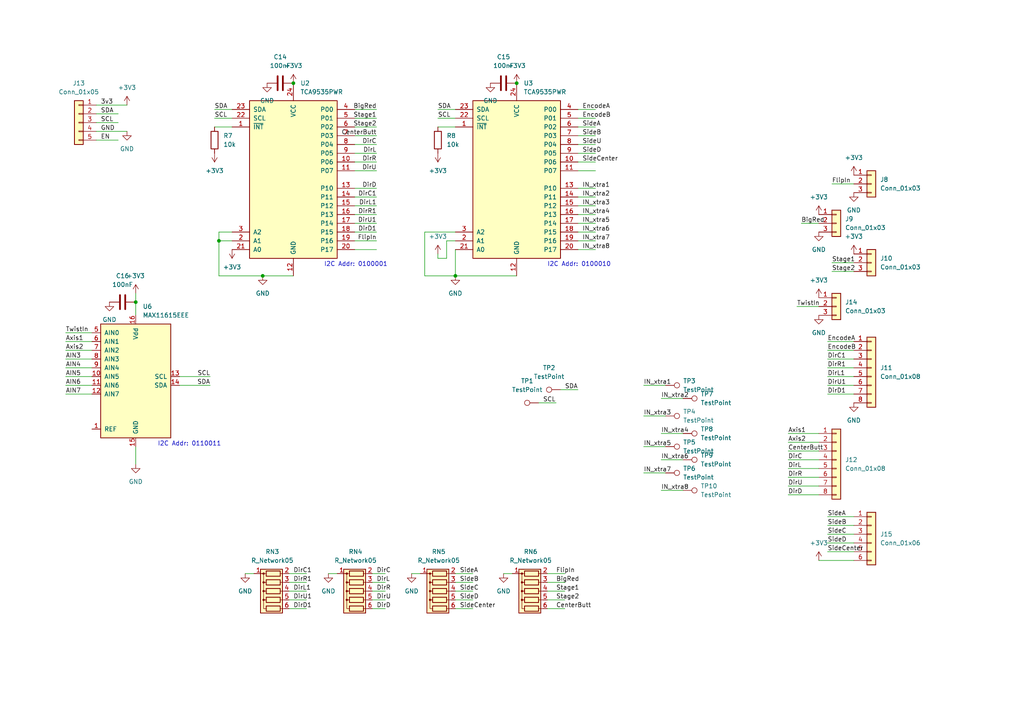
<source format=kicad_sch>
(kicad_sch (version 20211123) (generator eeschema)
  (paper "A4")
  (title_block (title "IO Controller") (date "2022-10-10") (rev "v0.1"))
  (lib_symbols
    (symbol "Analog_ADC:MAX11615" (pin_names (offset 1.016))
      (property "Reference" "U" (at 11.43 -11.43 0))
      (property "Value" "MAX11615" (at 11.43 -13.97 0))
      (symbol "MAX11615_0_1"
        (rectangle (start -10.16 15.24) (end 10.16 -17.78) (stroke (width 0.254)) (fill (type background)))
      )
      (symbol "MAX11615_1_1"
        (pin input line (at -12.7 -15.24 0) (length 2.54) (name "REF") (number "1"))
        (pin input line (at -12.7 0 0) (length 2.54) (name "AIN5") (number "10"))
        (pin input line (at -12.7 -2.54 0) (length 2.54) (name "AIN6") (number "11"))
        (pin input line (at -12.7 -5.08 0) (length 2.54) (name "AIN7") (number "12"))
        (pin input line (at 12.7 0 180) (length 2.54) (name "SCL") (number "13"))
        (pin bidirectional line (at 12.7 -2.54 180) (length 2.54) (name "SDA") (number "14"))
        (pin power_in line (at 0 -20.32 90) (length 2.54) (name "GND") (number "15"))
        (pin power_in line (at 0 17.78 270) (length 2.54) (name "Vdd") (number "16"))
        (pin no_connect line (at -12.7 -12.7 0) (length 2.54) hide (name "NC") (number "2"))
        (pin no_connect line (at -12.7 -10.16 0) (length 2.54) hide (name "NC") (number "3"))
        (pin no_connect line (at -12.7 -7.62 0) (length 2.54) hide (name "NC") (number "4"))
        (pin input line (at -12.7 12.7 0) (length 2.54) (name "AIN0") (number "5"))
        (pin input line (at -12.7 10.16 0) (length 2.54) (name "AIN1") (number "6"))
        (pin input line (at -12.7 7.62 0) (length 2.54) (name "AIN2") (number "7"))
        (pin input line (at -12.7 5.08 0) (length 2.54) (name "AIN3") (number "8"))
        (pin input line (at -12.7 2.54 0) (length 2.54) (name "AIN4") (number "9"))
      )
    )
    (symbol "Connector:TestPoint" (pin_numbers hide) (pin_names (offset 0.762) hide)
      (property "Reference" "TP" (at 0 6.858 0))
      (property "Value" "TestPoint" (at 0 5.08 0))
      (symbol "TestPoint_0_1"
        (circle (center 0 3.302) (radius 0.762))
      )
      (symbol "TestPoint_1_1"
        (pin passive line (at 0 0 90) (length 2.54) (name "1") (number "1"))
      )
    )
    (symbol "Connector_Generic:Conn_01x03" (pin_names (offset 1.016) hide)
      (property "Reference" "J" (at 0 5.08 0))
      (property "Value" "Conn_01x03" (at 0 -5.08 0))
      (symbol "Conn_01x03_1_1"
        (rectangle (start -1.27 -2.413) (end 0 -2.667) (stroke (width 0.1524)))
        (rectangle (start -1.27 0.127) (end 0 -0.127) (stroke (width 0.1524)))
        (rectangle (start -1.27 2.667) (end 0 2.413) (stroke (width 0.1524)))
        (rectangle (start -1.27 3.81) (end 1.27 -3.81) (stroke (width 0.254)) (fill (type background)))
        (pin passive line (at -5.08 2.54 0) (length 3.81) (name "Pin_1") (number "1"))
        (pin passive line (at -5.08 0 0) (length 3.81) (name "Pin_2") (number "2"))
        (pin passive line (at -5.08 -2.54 0) (length 3.81) (name "Pin_3") (number "3"))
      )
    )
    (symbol "Connector_Generic:Conn_01x05" (pin_names (offset 1.016) hide)
      (property "Reference" "J" (at 0 7.62 0))
      (property "Value" "Conn_01x05" (at 0 -7.62 0))
      (symbol "Conn_01x05_1_1"
        (rectangle (start -1.27 -4.953) (end 0 -5.207) (stroke (width 0.1524)))
        (rectangle (start -1.27 -2.413) (end 0 -2.667) (stroke (width 0.1524)))
        (rectangle (start -1.27 0.127) (end 0 -0.127) (stroke (width 0.1524)))
        (rectangle (start -1.27 2.667) (end 0 2.413) (stroke (width 0.1524)))
        (rectangle (start -1.27 5.207) (end 0 4.953) (stroke (width 0.1524)))
        (rectangle (start -1.27 6.35) (end 1.27 -6.35) (stroke (width 0.254)) (fill (type background)))
        (pin passive line (at -5.08 5.08 0) (length 3.81) (name "Pin_1") (number "1"))
        (pin passive line (at -5.08 2.54 0) (length 3.81) (name "Pin_2") (number "2"))
        (pin passive line (at -5.08 0 0) (length 3.81) (name "Pin_3") (number "3"))
        (pin passive line (at -5.08 -2.54 0) (length 3.81) (name "Pin_4") (number "4"))
        (pin passive line (at -5.08 -5.08 0) (length 3.81) (name "Pin_5") (number "5"))
      )
    )
    (symbol "Connector_Generic:Conn_01x06" (pin_names (offset 1.016) hide)
      (property "Reference" "J" (at 0 7.62 0))
      (property "Value" "Conn_01x06" (at 0 -10.16 0))
      (symbol "Conn_01x06_1_1"
        (rectangle (start -1.27 -7.493) (end 0 -7.747) (stroke (width 0.1524)))
        (rectangle (start -1.27 -4.953) (end 0 -5.207) (stroke (width 0.1524)))
        (rectangle (start -1.27 -2.413) (end 0 -2.667) (stroke (width 0.1524)))
        (rectangle (start -1.27 0.127) (end 0 -0.127) (stroke (width 0.1524)))
        (rectangle (start -1.27 2.667) (end 0 2.413) (stroke (width 0.1524)))
        (rectangle (start -1.27 5.207) (end 0 4.953) (stroke (width 0.1524)))
        (rectangle (start -1.27 6.35) (end 1.27 -8.89) (stroke (width 0.254)) (fill (type background)))
        (pin passive line (at -5.08 5.08 0) (length 3.81) (name "Pin_1") (number "1"))
        (pin passive line (at -5.08 2.54 0) (length 3.81) (name "Pin_2") (number "2"))
        (pin passive line (at -5.08 0 0) (length 3.81) (name "Pin_3") (number "3"))
        (pin passive line (at -5.08 -2.54 0) (length 3.81) (name "Pin_4") (number "4"))
        (pin passive line (at -5.08 -5.08 0) (length 3.81) (name "Pin_5") (number "5"))
        (pin passive line (at -5.08 -7.62 0) (length 3.81) (name "Pin_6") (number "6"))
      )
    )
    (symbol "Connector_Generic:Conn_01x08" (pin_names (offset 1.016) hide)
      (property "Reference" "J" (at 0 10.16 0))
      (property "Value" "Conn_01x08" (at 0 -12.7 0))
      (symbol "Conn_01x08_1_1"
        (rectangle (start -1.27 -10.033) (end 0 -10.287) (stroke (width 0.1524)))
        (rectangle (start -1.27 -7.493) (end 0 -7.747) (stroke (width 0.1524)))
        (rectangle (start -1.27 -4.953) (end 0 -5.207) (stroke (width 0.1524)))
        (rectangle (start -1.27 -2.413) (end 0 -2.667) (stroke (width 0.1524)))
        (rectangle (start -1.27 0.127) (end 0 -0.127) (stroke (width 0.1524)))
        (rectangle (start -1.27 2.667) (end 0 2.413) (stroke (width 0.1524)))
        (rectangle (start -1.27 5.207) (end 0 4.953) (stroke (width 0.1524)))
        (rectangle (start -1.27 7.747) (end 0 7.493) (stroke (width 0.1524)))
        (rectangle (start -1.27 8.89) (end 1.27 -11.43) (stroke (width 0.254)) (fill (type background)))
        (pin passive line (at -5.08 7.62 0) (length 3.81) (name "Pin_1") (number "1"))
        (pin passive line (at -5.08 5.08 0) (length 3.81) (name "Pin_2") (number "2"))
        (pin passive line (at -5.08 2.54 0) (length 3.81) (name "Pin_3") (number "3"))
        (pin passive line (at -5.08 0 0) (length 3.81) (name "Pin_4") (number "4"))
        (pin passive line (at -5.08 -2.54 0) (length 3.81) (name "Pin_5") (number "5"))
        (pin passive line (at -5.08 -5.08 0) (length 3.81) (name "Pin_6") (number "6"))
        (pin passive line (at -5.08 -7.62 0) (length 3.81) (name "Pin_7") (number "7"))
        (pin passive line (at -5.08 -10.16 0) (length 3.81) (name "Pin_8") (number "8"))
      )
    )
    (symbol "Device:C" (pin_numbers hide) (pin_names (offset 0.254))
      (property "Reference" "C" (at 0.635 2.54 0))
      (property "Value" "C" (at 0.635 -2.54 0))
      (symbol "C_0_1"
        (polyline (pts (xy -2.032 -0.762) (xy 2.032 -0.762)) (stroke (width 0.508)))
        (polyline (pts (xy -2.032 0.762) (xy 2.032 0.762)) (stroke (width 0.508)))
      )
      (symbol "C_1_1"
        (pin passive line (at 0 3.81 270) (length 2.794) (name "~") (number "1"))
        (pin passive line (at 0 -3.81 90) (length 2.794) (name "~") (number "2"))
      )
    )
    (symbol "Device:R" (pin_numbers hide) (pin_names (offset 0))
      (property "Reference" "R" (at 2.032 0 90))
      (property "Value" "R" (at 0 0 90))
      (symbol "R_0_1"
        (rectangle (start -1.016 -2.54) (end 1.016 2.54) (stroke (width 0.254)))
      )
      (symbol "R_1_1"
        (pin passive line (at 0 3.81 270) (length 1.27) (name "~") (number "1"))
        (pin passive line (at 0 -3.81 90) (length 1.27) (name "~") (number "2"))
      )
    )
    (symbol "Device:R_Network05" (pin_names (offset 0) hide)
      (property "Reference" "RN" (at -7.62 0 90))
      (property "Value" "R_Network05" (at 7.62 0 90))
      (symbol "R_Network05_0_1"
        (rectangle (start -6.35 -3.175) (end 6.35 3.175) (stroke (width 0.254)) (fill (type background)))
        (rectangle (start -5.842 1.524) (end -4.318 -2.54) (stroke (width 0.254)))
        (circle (center -5.08 2.286) (radius 0.254) (fill (type outline)))
        (rectangle (start -3.302 1.524) (end -1.778 -2.54) (stroke (width 0.254)))
        (circle (center -2.54 2.286) (radius 0.254) (fill (type outline)))
        (rectangle (start -0.762 1.524) (end 0.762 -2.54) (stroke (width 0.254)))
        (polyline (pts (xy -5.08 -2.54) (xy -5.08 -3.81)))
        (polyline (pts (xy -2.54 -2.54) (xy -2.54 -3.81)))
        (polyline (pts (xy 0 -2.54) (xy 0 -3.81)))
        (polyline (pts (xy 2.54 -2.54) (xy 2.54 -3.81)))
        (polyline (pts (xy 5.08 -2.54) (xy 5.08 -3.81)))
        (polyline (pts (xy -5.08 1.524) (xy -5.08 2.286) (xy -2.54 2.286) (xy -2.54 1.524)))
        (polyline (pts (xy -2.54 1.524) (xy -2.54 2.286) (xy 0 2.286) (xy 0 1.524)))
        (polyline (pts (xy 0 1.524) (xy 0 2.286) (xy 2.54 2.286) (xy 2.54 1.524)))
        (polyline (pts (xy 2.54 1.524) (xy 2.54 2.286) (xy 5.08 2.286) (xy 5.08 1.524)))
        (circle (center 0 2.286) (radius 0.254) (fill (type outline)))
        (rectangle (start 1.778 1.524) (end 3.302 -2.54) (stroke (width 0.254)))
        (circle (center 2.54 2.286) (radius 0.254) (fill (type outline)))
        (rectangle (start 4.318 1.524) (end 5.842 -2.54) (stroke (width 0.254)))
      )
      (symbol "R_Network05_1_1"
        (pin passive line (at -5.08 5.08 270) (length 2.54) (name "common") (number "1"))
        (pin passive line (at -5.08 -5.08 90) (length 1.27) (name "R1") (number "2"))
        (pin passive line (at -2.54 -5.08 90) (length 1.27) (name "R2") (number "3"))
        (pin passive line (at 0 -5.08 90) (length 1.27) (name "R3") (number "4"))
        (pin passive line (at 2.54 -5.08 90) (length 1.27) (name "R4") (number "5"))
        (pin passive line (at 5.08 -5.08 90) (length 1.27) (name "R5") (number "6"))
      )
    )
    (symbol "Interface_Expansion:TCA9535PWR" (pin_names (offset 1.016))
      (property "Reference" "U" (at -11.43 24.13 0))
      (property "Value" "TCA9535PWR" (at 0 0 0))
      (symbol "TCA9535PWR_0_1"
        (rectangle (start -12.7 22.86) (end 12.7 -22.86) (stroke (width 0.254)) (fill (type background)))
      )
      (symbol "TCA9535PWR_1_1"
        (pin open_collector line (at -17.78 15.24 0) (length 5.08) (name "~{INT}") (number "1"))
        (pin bidirectional line (at 17.78 5.08 180) (length 5.08) (name "P06") (number "10"))
        (pin bidirectional line (at 17.78 2.54 180) (length 5.08) (name "P07") (number "11"))
        (pin power_in line (at 0 -27.94 90) (length 5.08) (name "GND") (number "12"))
        (pin bidirectional line (at 17.78 -2.54 180) (length 5.08) (name "P10") (number "13"))
        (pin bidirectional line (at 17.78 -5.08 180) (length 5.08) (name "P11") (number "14"))
        (pin bidirectional line (at 17.78 -7.62 180) (length 5.08) (name "P12") (number "15"))
        (pin bidirectional line (at 17.78 -10.16 180) (length 5.08) (name "P13") (number "16"))
        (pin bidirectional line (at 17.78 -12.7 180) (length 5.08) (name "P14") (number "17"))
        (pin bidirectional line (at 17.78 -15.24 180) (length 5.08) (name "P15") (number "18"))
        (pin bidirectional line (at 17.78 -17.78 180) (length 5.08) (name "P16") (number "19"))
        (pin input line (at -17.78 -17.78 0) (length 5.08) (name "A1") (number "2"))
        (pin bidirectional line (at 17.78 -20.32 180) (length 5.08) (name "P17") (number "20"))
        (pin input line (at -17.78 -20.32 0) (length 5.08) (name "A0") (number "21"))
        (pin input line (at -17.78 17.78 0) (length 5.08) (name "SCL") (number "22"))
        (pin bidirectional line (at -17.78 20.32 0) (length 5.08) (name "SDA") (number "23"))
        (pin power_in line (at 0 27.94 270) (length 5.08) (name "VCC") (number "24"))
        (pin input line (at -17.78 -15.24 0) (length 5.08) (name "A2") (number "3"))
        (pin bidirectional line (at 17.78 20.32 180) (length 5.08) (name "P00") (number "4"))
        (pin bidirectional line (at 17.78 17.78 180) (length 5.08) (name "P01") (number "5"))
        (pin bidirectional line (at 17.78 15.24 180) (length 5.08) (name "P02") (number "6"))
        (pin bidirectional line (at 17.78 12.7 180) (length 5.08) (name "P03") (number "7"))
        (pin bidirectional line (at 17.78 10.16 180) (length 5.08) (name "P04") (number "8"))
        (pin bidirectional line (at 17.78 7.62 180) (length 5.08) (name "P05") (number "9"))
      )
    )
    (symbol "power:+3V3" (power) (pin_names (offset 0))
      (property "Value" "+3V3" (at 0 3.556 0))
      (symbol "+3V3_0_1"
        (polyline (pts (xy -0.762 1.27) (xy 0 2.54)))
        (polyline (pts (xy 0 0) (xy 0 2.54)))
        (polyline (pts (xy 0 2.54) (xy 0.762 1.27)))
      )
      (symbol "+3V3_1_1"
        (pin power_in line (at 0 0 90) (length 0) hide (name "+3V3") (number "1"))
      )
    )
    (symbol "power:GND" (power) (pin_names (offset 0))
      (property "Value" "GND" (at 0 -3.81 0))
      (symbol "GND_0_1"
        (polyline (pts (xy 0 0) (xy 0 -1.27) (xy 1.27 -1.27) (xy 0 -2.54) (xy -1.27 -1.27) (xy 0 -1.27)))
      )
      (symbol "GND_1_1"
        (pin power_in line (at 0 0 270) (length 0) hide (name "GND") (number "1"))
      )
    )
  )
  (junction (at 76.2 80.01))
  (junction (at 149.86 24.13))
  (junction (at 39.37 87.63))
  (junction (at 63.5 69.85))
  (junction (at 85.09 24.13))
  (junction (at 132.08 80.01))
  (wire (pts (xy 158.75 168.91) (xy 163.83 168.91)))
  (wire (pts (xy 158.75 176.53) (xy 163.83 176.53)))
  (wire (pts (xy 63.5 80.01) (xy 76.2 80.01)))
  (wire (pts (xy 162.56 113.03) (xy 167.64 113.03)))
  (wire (pts (xy 127 73.66) (xy 127 74.93)))
  (wire (pts (xy 191.77 115.57) (xy 198.12 115.57)))
  (wire (pts (xy 191.77 125.73) (xy 198.12 125.73)))
  (wire (pts (xy 83.82 176.53) (xy 88.9 176.53)))
  (wire (pts (xy 52.07 109.22) (xy 60.96 109.22)))
  (wire (pts (xy 102.87 49.53) (xy 109.22 49.53)))
  (wire (pts (xy 102.87 36.83) (xy 109.22 36.83)))
  (wire (pts (xy 167.64 31.75) (xy 172.72 31.75)))
  (wire (pts (xy 127 34.29) (xy 132.08 34.29)))
  (wire (pts (xy 95.25 166.37) (xy 97.79 166.37)))
  (wire (pts (xy 132.08 168.91) (xy 137.16 168.91)))
  (wire (pts (xy 158.75 171.45) (xy 163.83 171.45)))
  (wire (pts (xy 19.05 96.52) (xy 26.67 96.52)))
  (wire (pts (xy 132.08 166.37) (xy 137.16 166.37)))
  (wire (pts (xy 39.37 87.63) (xy 39.37 91.44)))
  (wire (pts (xy 107.95 171.45) (xy 111.76 171.45)))
  (wire (pts (xy 167.64 36.83) (xy 172.72 36.83)))
  (wire (pts (xy 62.23 31.75) (xy 67.31 31.75)))
  (wire (pts (xy 123.19 80.01) (xy 132.08 80.01)))
  (wire (pts (xy 102.87 57.15) (xy 109.22 57.15)))
  (wire (pts (xy 156.21 116.84) (xy 161.29 116.84)))
  (wire (pts (xy 63.5 69.85) (xy 67.31 69.85)))
  (wire (pts (xy 167.64 62.23) (xy 172.72 62.23)))
  (wire (pts (xy 102.87 62.23) (xy 109.22 62.23)))
  (wire (pts (xy 83.82 166.37) (xy 88.9 166.37)))
  (wire (pts (xy 132.08 173.99) (xy 137.16 173.99)))
  (wire (pts (xy 228.6 140.97) (xy 237.49 140.97)))
  (wire (pts (xy 167.64 72.39) (xy 172.72 72.39)))
  (wire (pts (xy 132.08 176.53) (xy 137.16 176.53)))
  (wire (pts (xy 27.94 33.02) (xy 34.29 33.02)))
  (wire (pts (xy 240.03 157.48) (xy 247.65 157.48)))
  (wire (pts (xy 39.37 129.54) (xy 39.37 134.62)))
  (wire (pts (xy 67.31 67.31) (xy 63.5 67.31)))
  (wire (pts (xy 240.03 160.02) (xy 247.65 160.02)))
  (wire (pts (xy 127 36.83) (xy 132.08 36.83)))
  (wire (pts (xy 241.3 78.74) (xy 247.65 78.74)))
  (wire (pts (xy 237.49 162.56) (xy 247.65 162.56)))
  (wire (pts (xy 167.64 34.29) (xy 172.72 34.29)))
  (wire (pts (xy 186.69 137.16) (xy 193.04 137.16)))
  (wire (pts (xy 102.87 44.45) (xy 109.22 44.45)))
  (wire (pts (xy 167.64 57.15) (xy 172.72 57.15)))
  (wire (pts (xy 63.5 67.31) (xy 63.5 69.85)))
  (wire (pts (xy 27.94 40.64) (xy 34.29 40.64)))
  (wire (pts (xy 186.69 111.76) (xy 193.04 111.76)))
  (wire (pts (xy 132.08 80.01) (xy 132.08 72.39)))
  (wire (pts (xy 102.87 46.99) (xy 109.22 46.99)))
  (wire (pts (xy 167.64 44.45) (xy 172.72 44.45)))
  (wire (pts (xy 228.6 143.51) (xy 237.49 143.51)))
  (wire (pts (xy 129.54 69.85) (xy 129.54 74.93)))
  (wire (pts (xy 240.03 99.06) (xy 247.65 99.06)))
  (wire (pts (xy 132.08 171.45) (xy 137.16 171.45)))
  (wire (pts (xy 123.19 67.31) (xy 123.19 80.01)))
  (wire (pts (xy 52.07 111.76) (xy 60.96 111.76)))
  (wire (pts (xy 241.3 76.2) (xy 247.65 76.2)))
  (wire (pts (xy 127 31.75) (xy 132.08 31.75)))
  (wire (pts (xy 102.87 72.39) (xy 109.22 72.39)))
  (wire (pts (xy 228.6 138.43) (xy 237.49 138.43)))
  (wire (pts (xy 83.82 171.45) (xy 88.9 171.45)))
  (wire (pts (xy 27.94 38.1) (xy 36.83 38.1)))
  (wire (pts (xy 19.05 109.22) (xy 26.67 109.22)))
  (wire (pts (xy 241.3 53.34) (xy 247.65 53.34)))
  (wire (pts (xy 132.08 67.31) (xy 123.19 67.31)))
  (wire (pts (xy 19.05 114.3) (xy 26.67 114.3)))
  (wire (pts (xy 102.87 54.61) (xy 109.22 54.61)))
  (wire (pts (xy 62.23 36.83) (xy 67.31 36.83)))
  (wire (pts (xy 19.05 99.06) (xy 26.67 99.06)))
  (wire (pts (xy 39.37 85.09) (xy 39.37 87.63)))
  (wire (pts (xy 167.64 49.53) (xy 172.72 49.53)))
  (wire (pts (xy 186.69 120.65) (xy 193.04 120.65)))
  (wire (pts (xy 167.64 39.37) (xy 172.72 39.37)))
  (wire (pts (xy 231.14 88.9) (xy 237.49 88.9)))
  (wire (pts (xy 191.77 142.24) (xy 198.12 142.24)))
  (wire (pts (xy 167.64 67.31) (xy 172.72 67.31)))
  (wire (pts (xy 167.64 69.85) (xy 172.72 69.85)))
  (wire (pts (xy 240.03 114.3) (xy 247.65 114.3)))
  (wire (pts (xy 102.87 41.91) (xy 109.22 41.91)))
  (wire (pts (xy 240.03 154.94) (xy 247.65 154.94)))
  (wire (pts (xy 191.77 133.35) (xy 198.12 133.35)))
  (wire (pts (xy 149.86 80.01) (xy 132.08 80.01)))
  (wire (pts (xy 102.87 31.75) (xy 109.22 31.75)))
  (wire (pts (xy 102.87 64.77) (xy 109.22 64.77)))
  (wire (pts (xy 107.95 168.91) (xy 111.76 168.91)))
  (wire (pts (xy 186.69 129.54) (xy 193.04 129.54)))
  (wire (pts (xy 146.05 166.37) (xy 148.59 166.37)))
  (wire (pts (xy 107.95 166.37) (xy 111.76 166.37)))
  (wire (pts (xy 19.05 106.68) (xy 26.67 106.68)))
  (wire (pts (xy 167.64 59.69) (xy 172.72 59.69)))
  (wire (pts (xy 102.87 34.29) (xy 109.22 34.29)))
  (wire (pts (xy 228.6 130.81) (xy 237.49 130.81)))
  (wire (pts (xy 107.95 173.99) (xy 111.76 173.99)))
  (wire (pts (xy 27.94 30.48) (xy 36.83 30.48)))
  (wire (pts (xy 240.03 149.86) (xy 247.65 149.86)))
  (wire (pts (xy 158.75 166.37) (xy 163.83 166.37)))
  (wire (pts (xy 167.64 41.91) (xy 172.72 41.91)))
  (wire (pts (xy 240.03 109.22) (xy 247.65 109.22)))
  (wire (pts (xy 76.2 80.01) (xy 85.09 80.01)))
  (wire (pts (xy 102.87 59.69) (xy 109.22 59.69)))
  (wire (pts (xy 102.87 67.31) (xy 109.22 67.31)))
  (wire (pts (xy 83.82 168.91) (xy 88.9 168.91)))
  (wire (pts (xy 129.54 74.93) (xy 127 74.93)))
  (wire (pts (xy 107.95 176.53) (xy 111.76 176.53)))
  (wire (pts (xy 240.03 111.76) (xy 247.65 111.76)))
  (wire (pts (xy 102.87 39.37) (xy 109.22 39.37)))
  (wire (pts (xy 71.12 166.37) (xy 73.66 166.37)))
  (wire (pts (xy 228.6 128.27) (xy 237.49 128.27)))
  (wire (pts (xy 132.08 69.85) (xy 129.54 69.85)))
  (wire (pts (xy 167.64 46.99) (xy 172.72 46.99)))
  (wire (pts (xy 228.6 125.73) (xy 237.49 125.73)))
  (wire (pts (xy 19.05 111.76) (xy 26.67 111.76)))
  (wire (pts (xy 228.6 135.89) (xy 237.49 135.89)))
  (wire (pts (xy 158.75 173.99) (xy 163.83 173.99)))
  (wire (pts (xy 232.41 64.77) (xy 237.49 64.77)))
  (wire (pts (xy 240.03 104.14) (xy 247.65 104.14)))
  (wire (pts (xy 83.82 173.99) (xy 88.9 173.99)))
  (wire (pts (xy 240.03 152.4) (xy 247.65 152.4)))
  (wire (pts (xy 240.03 106.68) (xy 247.65 106.68)))
  (wire (pts (xy 62.23 34.29) (xy 67.31 34.29)))
  (wire (pts (xy 19.05 104.14) (xy 26.67 104.14)))
  (wire (pts (xy 228.6 133.35) (xy 237.49 133.35)))
  (wire (pts (xy 27.94 35.56) (xy 34.29 35.56)))
  (wire (pts (xy 63.5 80.01) (xy 63.5 69.85)))
  (wire (pts (xy 167.64 64.77) (xy 172.72 64.77)))
  (wire (pts (xy 102.87 69.85) (xy 109.22 69.85)))
  (wire (pts (xy 19.05 101.6) (xy 26.67 101.6)))
  (wire (pts (xy 240.03 101.6) (xy 247.65 101.6)))
  (wire (pts (xy 167.64 54.61) (xy 172.72 54.61)))
  (wire (pts (xy 119.38 166.37) (xy 121.92 166.37)))
  (text "I2C Addr: 0100010" (at 158.75 77.47 0) (effects (font (size 1.27 1.27)) (justify left bottom)))
  (text "I2C Addr: 0100001" (at 93.98 77.47 0) (effects (font (size 1.27 1.27)) (justify left bottom)))
  (text "I2C Addr: 0110011" (at 45.72 129.54 0) (effects (font (size 1.27 1.27)) (justify left bottom)))
  (label "IN_xtra1" (at 168.91 54.61 0))
  (label "AIN7" (at 19.05 114.3 0))
  (label "SideU" (at 168.91 41.91 0))
  (label "IN_xtra7" (at 186.69 137.16 0))
  (label "AIN5" (at 19.05 109.22 0))
  (label "IN_xtra7" (at 168.91 69.85 0))
  (label "SideCenter" (at 133.35 176.53 0))
  (label "SCL" (at 29.21 35.56 0))
  (label "DirU1" (at 240.03 111.76 0))
  (label "DirU1" (at 85.09 173.99 0))
  (label "IN_xtra6" (at 191.77 133.35 0))
  (label "IN_xtra5" (at 168.91 64.77 0))
  (label "DirR" (at 109.22 171.45 0))
  (label "SideA" (at 133.35 166.37 0))
  (label "Stage1" (at 109.22 34.29 180))
  (label "IN_xtra2" (at 191.77 115.57 0))
  (label "IN_xtra4" (at 168.91 62.23 0))
  (label "DirL" (at 109.22 44.45 180))
  (label "SideD" (at 168.91 44.45 0))
  (label "DirR1" (at 240.03 106.68 0))
  (label "SCL" (at 62.23 34.29 0))
  (label "DirC" (at 109.22 166.37 0))
  (label "SideC" (at 240.03 154.94 0))
  (label "DirD" (at 109.22 176.53 0))
  (label "TwistIn" (at 19.05 96.52 0))
  (label "EncodeB" (at 168.91 34.29 0))
  (label "IN_xtra8" (at 168.91 72.39 0))
  (label "AIN6" (at 19.05 111.76 0))
  (label "SideCenter" (at 240.03 160.02 0))
  (label "DirU" (at 109.22 173.99 0))
  (label "DirR" (at 228.6 138.43 0))
  (label "IN_xtra5" (at 186.69 129.54 0))
  (label "DirU1" (at 109.22 64.77 180))
  (label "DirR" (at 109.22 46.99 180))
  (label "FlipIn" (at 161.29 166.37 0))
  (label "FlipIn" (at 109.22 69.85 180))
  (label "IN_xtra3" (at 186.69 120.65 0))
  (label "EN" (at 29.21 40.64 0))
  (label "CenterButt" (at 109.22 39.37 180))
  (label "DirR1" (at 109.22 62.23 180))
  (label "DirC" (at 228.6 133.35 0))
  (label "BigRed" (at 161.29 168.91 0))
  (label "IN_xtra4" (at 191.77 125.73 0))
  (label "Stage2" (at 241.3 78.74 0))
  (label "IN_xtra1" (at 186.69 111.76 0))
  (label "DirD" (at 109.22 54.61 180))
  (label "Axis2" (at 228.6 128.27 0))
  (label "DirD1" (at 85.09 176.53 0))
  (label "DirL1" (at 109.22 59.69 180))
  (label "DirL1" (at 240.03 109.22 0))
  (label "AIN3" (at 19.05 104.14 0))
  (label "DirD1" (at 240.03 114.3 0))
  (label "SideB" (at 168.91 39.37 0))
  (label "SDA" (at 29.21 33.02 0))
  (label "EncodeB" (at 240.03 101.6 0))
  (label "SDA" (at 163.83 113.03 0))
  (label "SideA" (at 240.03 149.86 0))
  (label "SideC" (at 133.35 171.45 0))
  (label "DirL" (at 228.6 135.89 0))
  (label "CenterButt" (at 161.29 176.53 0))
  (label "DirC1" (at 85.09 166.37 0))
  (label "DirD1" (at 109.22 67.31 180))
  (label "Axis1" (at 19.05 99.06 0))
  (label "Stage1" (at 161.29 171.45 0))
  (label "SideA" (at 168.91 36.83 0))
  (label "SDA" (at 62.23 31.75 0))
  (label "SDA" (at 60.96 111.76 180))
  (label "Stage2" (at 109.22 36.83 180))
  (label "SideB" (at 133.35 168.91 0))
  (label "SDA" (at 127 31.75 0))
  (label "Stage2" (at 161.29 173.99 0))
  (label "SCL" (at 127 34.29 0))
  (label "IN_xtra8" (at 191.77 142.24 0))
  (label "SCL" (at 60.96 109.22 180))
  (label "GND" (at 29.21 38.1 0))
  (label "IN_xtra6" (at 168.91 67.31 0))
  (label "DirL" (at 109.22 168.91 0))
  (label "BigRed" (at 232.41 64.77 0))
  (label "SideB" (at 240.03 152.4 0))
  (label "DirC1" (at 109.22 57.15 180))
  (label "DirL1" (at 85.09 171.45 0))
  (label "CenterButt" (at 228.6 130.81 0))
  (label "DirU" (at 228.6 140.97 0))
  (label "SideD" (at 240.03 157.48 0))
  (label "DirR1" (at 85.09 168.91 0))
  (label "BigRed" (at 109.22 31.75 180))
  (label "EncodeA" (at 240.03 99.06 0))
  (label "FlipIn" (at 241.3 53.34 0))
  (label "DirU" (at 109.22 49.53 180))
  (label "IN_xtra3" (at 168.91 59.69 0))
  (label "Axis1" (at 228.6 125.73 0))
  (label "SCL" (at 157.48 116.84 0))
  (label "Axis2" (at 19.05 101.6 0))
  (label "Stage1" (at 241.3 76.2 0))
  (label "TwistIn" (at 231.14 88.9 0))
  (label "SideCenter" (at 168.91 46.99 0))
  (label "DirC" (at 109.22 41.91 180))
  (label "3v3" (at 29.21 30.48 0))
  (label "DirD" (at 228.6 143.51 0))
  (label "SideD" (at 133.35 173.99 0))
  (label "IN_xtra2" (at 168.91 57.15 0))
  (label "AIN4" (at 19.05 106.68 0))
  (label "DirC1" (at 240.03 104.14 0))
  (label "EncodeA" (at 168.91 31.75 0))
  (symbol (lib_id "Device:R") (at 127 40.64 0) (unit 1)
    (property "Reference" "R8" (at 129.54 39.3699 0) (effects (justify left)))
    (property "Value" "10k" (at 129.54 41.9099 0) (effects (justify left)))
    (property "Footprint" "Resistor_SMD:R_0805_2012Metric" (effects hide))
  )
  (symbol (lib_id "Connector:TestPoint") (at 198.12 142.24 270) (unit 1)
    (property "Reference" "TP10" (at 203.2 140.9699 90) (effects (justify left)))
    (property "Value" "TestPoint" (at 203.2 143.5099 90) (effects (justify left)))
    (property "Footprint" "TestPoint:TestPoint_Pad_D1.0mm" (effects hide))
  )
  (symbol (lib_id "power:+3V3") (at 247.65 50.8 0) (unit 1)
    (property "Reference" "#PWR0109" (effects hide))
    (property "Value" "+3V3" (at 247.65 45.72 0))
  )
  (symbol (lib_id "Connector:TestPoint") (at 162.56 113.03 90) (unit 1)
    (property "Reference" "TP2" (at 159.258 106.68 90))
    (property "Value" "TestPoint" (at 159.258 109.22 90))
    (property "Footprint" "TestPoint:TestPoint_Pad_D1.0mm" (effects hide))
  )
  (symbol (lib_id "Analog_ADC:MAX11615") (at 39.37 109.22 0) (unit 1)
    (property "Reference" "U6" (at 41.3894 88.9 0) (effects (justify left)))
    (property "Value" "MAX11615EEE" (at 41.3894 91.44 0) (effects (justify left)))
    (property "Footprint" "Package_SO:QSOP-16_3.9x4.9mm_P0.635mm" (effects hide))
    (property "Datasheet" "https://www.mouser.be/datasheet/2/256/MAX11612-MAX11617-1508955.pdf" (effects hide))
  )
  (symbol (lib_id "Connector_Generic:Conn_01x03") (at 252.73 53.34 0) (unit 1)
    (property "Reference" "J8" (at 255.27 52.0699 0) (effects (justify left)))
    (property "Value" "Conn_01x03" (at 255.27 54.6099 0) (effects (justify left)))
    (property "Footprint" "Connector_JST:JST_PH_B3B-PH-K_1x03_P2.00mm_Vertical" (effects hide))
  )
  (symbol (lib_id "power:GND") (at 36.83 38.1 0) (unit 1)
    (property "Reference" "#PWR0112" (effects hide))
    (property "Value" "GND" (at 36.83 43.18 0))
  )
  (symbol (lib_id "Connector:TestPoint") (at 156.21 116.84 90) (unit 1)
    (property "Reference" "TP1" (at 152.908 110.49 90))
    (property "Value" "TestPoint" (at 152.908 113.03 90))
    (property "Footprint" "TestPoint:TestPoint_Pad_D1.0mm" (effects hide))
  )
  (symbol (lib_id "Connector_Generic:Conn_01x03") (at 242.57 88.9 0) (unit 1)
    (property "Reference" "J14" (at 245.11 87.6299 0) (effects (justify left)))
    (property "Value" "Conn_01x03" (at 245.11 90.1699 0) (effects (justify left)))
    (property "Footprint" "Connector_JST:JST_PH_B3B-PH-K_1x03_P2.00mm_Vertical" (effects hide))
  )
  (symbol (lib_id "power:GND") (at 237.49 91.44 0) (unit 1)
    (property "Reference" "#PWR0123" (effects hide))
    (property "Value" "GND" (at 237.49 96.52 0))
  )
  (symbol (lib_id "power:+3V3") (at 39.37 85.09 0) (unit 1)
    (property "Reference" "#PWR0150" (effects hide))
    (property "Value" "+3V3" (at 39.37 80.01 0))
  )
  (symbol (lib_id "Connector:TestPoint") (at 198.12 115.57 270) (unit 1)
    (property "Reference" "TP7" (at 203.2 114.2999 90) (effects (justify left)))
    (property "Value" "TestPoint" (at 203.2 116.8399 90) (effects (justify left)))
    (property "Footprint" "TestPoint:TestPoint_Pad_D1.0mm" (effects hide))
  )
  (symbol (lib_id "Connector:TestPoint") (at 198.12 133.35 270) (unit 1)
    (property "Reference" "TP9" (at 203.2 132.0799 90) (effects (justify left)))
    (property "Value" "TestPoint" (at 203.2 134.6199 90) (effects (justify left)))
    (property "Footprint" "TestPoint:TestPoint_Pad_D1.0mm" (effects hide))
  )
  (symbol (lib_id "Connector_Generic:Conn_01x03") (at 242.57 64.77 0) (unit 1)
    (property "Reference" "J9" (at 245.11 63.4999 0) (effects (justify left)))
    (property "Value" "Conn_01x03" (at 245.11 66.0399 0) (effects (justify left)))
    (property "Footprint" "Connector_JST:JST_PH_B3B-PH-K_1x03_P2.00mm_Vertical" (effects hide))
  )
  (symbol (lib_id "power:+3V3") (at 127 44.45 180) (unit 1)
    (property "Reference" "#PWR0162" (effects hide))
    (property "Value" "+3V3" (at 127 49.53 0))
  )
  (symbol (lib_id "power:+3V3") (at 67.31 72.39 180) (unit 1)
    (property "Reference" "#PWR0115" (effects hide))
    (property "Value" "+3V3" (at 67.31 77.47 0))
  )
  (symbol (lib_id "power:+3V3") (at 237.49 86.36 0) (unit 1)
    (property "Reference" "#PWR0124" (effects hide))
    (property "Value" "+3V3" (at 237.49 81.28 0))
  )
  (symbol (lib_id "power:GND") (at 146.05 166.37 0) (unit 1)
    (property "Reference" "#PWR0184" (effects hide))
    (property "Value" "GND" (at 146.05 171.45 0))
  )
  (symbol (lib_id "power:GND") (at 119.38 166.37 0) (unit 1)
    (property "Reference" "#PWR0183" (effects hide))
    (property "Value" "GND" (at 119.38 171.45 0))
  )
  (symbol (lib_id "power:GND") (at 76.2 80.01 0) (unit 1)
    (property "Reference" "#PWR0117" (effects hide))
    (property "Value" "GND" (at 76.2 85.09 0))
  )
  (symbol (lib_id "power:GND") (at 71.12 166.37 0) (unit 1)
    (property "Reference" "#PWR0186" (effects hide))
    (property "Value" "GND" (at 71.12 171.45 0))
  )
  (symbol (lib_id "power:GND") (at 31.75 87.63 0) (unit 1)
    (property "Reference" "#PWR0149" (effects hide))
    (property "Value" "GND" (at 31.75 92.71 0))
  )
  (symbol (lib_id "power:+3V3") (at 237.49 162.56 0) (unit 1)
    (property "Reference" "#PWR0153" (effects hide))
    (property "Value" "+3V3" (at 237.49 157.48 0))
  )
  (symbol (lib_id "Device:R_Network05") (at 153.67 171.45 90) (mirror x) (unit 1)
    (property "Reference" "RN6" (at 153.924 160.02 90))
    (property "Value" "R_Network05" (at 153.924 162.56 90))
    (property "Footprint" "Resistor_THT:R_Array_SIP6" (effects hide))
    (property "Datasheet" "http://www.vishay.com/docs/31509/csc.pdf" (effects hide))
  )
  (symbol (lib_id "power:GND") (at 95.25 166.37 0) (unit 1)
    (property "Reference" "#PWR0185" (effects hide))
    (property "Value" "GND" (at 95.25 171.45 0))
  )
  (symbol (lib_id "power:GND") (at 77.47 24.13 0) (unit 1)
    (property "Reference" "#PWR0151" (effects hide))
    (property "Value" "GND" (at 77.47 29.21 0))
  )
  (symbol (lib_id "Connector:TestPoint") (at 193.04 120.65 270) (unit 1)
    (property "Reference" "TP4" (at 198.12 119.3799 90) (effects (justify left)))
    (property "Value" "TestPoint" (at 198.12 121.9199 90) (effects (justify left)))
    (property "Footprint" "TestPoint:TestPoint_Pad_D1.0mm" (effects hide))
  )
  (symbol (lib_id "Connector_Generic:Conn_01x03") (at 252.73 76.2 0) (unit 1)
    (property "Reference" "J10" (at 255.27 74.9299 0) (effects (justify left)))
    (property "Value" "Conn_01x03" (at 255.27 77.4699 0) (effects (justify left)))
    (property "Footprint" "Connector_JST:JST_PH_B3B-PH-K_1x03_P2.00mm_Vertical" (effects hide))
  )
  (symbol (lib_id "Device:C") (at 146.05 24.13 90) (unit 1)
    (property "Reference" "C15" (at 146.05 16.51 90))
    (property "Value" "100nF" (at 146.05 19.05 90))
    (property "Footprint" "Capacitor_SMD:C_0805_2012Metric" (effects hide))
  )
  (symbol (lib_id "power:+3V3") (at 237.49 62.23 0) (unit 1)
    (property "Reference" "#PWR0105" (effects hide))
    (property "Value" "+3V3" (at 237.49 57.15 0))
  )
  (symbol (lib_id "Connector_Generic:Conn_01x08") (at 252.73 106.68 0) (unit 1)
    (property "Reference" "J11" (at 255.27 106.6799 0) (effects (justify left)))
    (property "Value" "Conn_01x08" (at 255.27 109.2199 0) (effects (justify left)))
    (property "Footprint" "Connector_JST:JST_PH_S8B-PH-K_1x08_P2.00mm_Horizontal" (effects hide))
  )
  (symbol (lib_id "Connector_Generic:Conn_01x05") (at 22.86 35.56 0) (mirror y) (unit 1)
    (property "Reference" "J13" (at 22.86 24.13 0))
    (property "Value" "Conn_01x05" (at 22.86 26.67 0))
    (property "Footprint" "Connector_JST:JST_PH_B5B-PH-K_1x05_P2.00mm_Vertical" (effects hide))
  )
  (symbol (lib_id "Device:C") (at 35.56 87.63 90) (unit 1)
    (property "Reference" "C16" (at 35.56 80.01 90))
    (property "Value" "100nF" (at 35.56 82.55 90))
    (property "Footprint" "Capacitor_SMD:C_0805_2012Metric" (effects hide))
  )
  (symbol (lib_id "power:GND") (at 247.65 55.88 0) (unit 1)
    (property "Reference" "#PWR0106" (effects hide))
    (property "Value" "GND" (at 247.65 60.96 0))
  )
  (symbol (lib_id "Device:R_Network05") (at 78.74 171.45 90) (mirror x) (unit 1)
    (property "Reference" "RN3" (at 78.994 160.02 90))
    (property "Value" "R_Network05" (at 78.994 162.56 90))
    (property "Footprint" "Resistor_THT:R_Array_SIP6" (effects hide))
    (property "Datasheet" "http://www.vishay.com/docs/31509/csc.pdf" (effects hide))
  )
  (symbol (lib_id "power:GND") (at 237.49 67.31 0) (unit 1)
    (property "Reference" "#PWR0121" (effects hide))
    (property "Value" "GND" (at 237.49 72.39 0))
  )
  (symbol (lib_id "Connector:TestPoint") (at 193.04 137.16 270) (unit 1)
    (property "Reference" "TP6" (at 198.12 135.8899 90) (effects (justify left)))
    (property "Value" "TestPoint" (at 198.12 138.4299 90) (effects (justify left)))
    (property "Footprint" "TestPoint:TestPoint_Pad_D1.0mm" (effects hide))
  )
  (symbol (lib_id "power:+3V3") (at 85.09 24.13 0) (unit 1)
    (property "Reference" "#PWR0114" (effects hide))
    (property "Value" "+3V3" (at 85.09 19.05 0))
  )
  (symbol (lib_id "power:+3V3") (at 247.65 73.66 0) (unit 1)
    (property "Reference" "#PWR0120" (effects hide))
    (property "Value" "+3V3" (at 247.65 68.58 0))
  )
  (symbol (lib_id "power:+3V3") (at 127 73.66 0) (unit 1)
    (property "Reference" "#PWR0116" (effects hide))
    (property "Value" "+3V3" (at 127 68.58 0))
  )
  (symbol (lib_id "Connector_Generic:Conn_01x08") (at 242.57 133.35 0) (unit 1)
    (property "Reference" "J12" (at 245.11 133.3499 0) (effects (justify left)))
    (property "Value" "Conn_01x08" (at 245.11 135.8899 0) (effects (justify left)))
    (property "Footprint" "Connector_JST:JST_PH_B8B-PH-K_1x08_P2.00mm_Vertical" (effects hide))
  )
  (symbol (lib_id "Connector:TestPoint") (at 193.04 111.76 270) (unit 1)
    (property "Reference" "TP3" (at 198.12 110.4899 90) (effects (justify left)))
    (property "Value" "TestPoint" (at 198.12 113.0299 90) (effects (justify left)))
    (property "Footprint" "TestPoint:TestPoint_Pad_D1.0mm" (effects hide))
  )
  (symbol (lib_id "power:GND") (at 247.65 116.84 0) (unit 1)
    (property "Reference" "#PWR0122" (effects hide))
    (property "Value" "GND" (at 247.65 121.92 0))
  )
  (symbol (lib_id "Device:R_Network05") (at 102.87 171.45 90) (mirror x) (unit 1)
    (property "Reference" "RN4" (at 103.124 160.02 90))
    (property "Value" "R_Network05" (at 103.124 162.56 90))
    (property "Footprint" "Resistor_THT:R_Array_SIP6" (effects hide))
    (property "Datasheet" "http://www.vishay.com/docs/31509/csc.pdf" (effects hide))
  )
  (symbol (lib_id "Interface_Expansion:TCA9535PWR") (at 85.09 52.07 0) (unit 1)
    (property "Reference" "U2" (at 87.1094 24.13 0) (effects (justify left)))
    (property "Value" "TCA9535PWR" (at 87.1094 26.67 0) (effects (justify left)))
    (property "Footprint" "Package_SO:TSSOP-24_4.4x7.8mm_P0.65mm" (effects hide))
    (property "Datasheet" "http://www.ti.com/lit/ds/symlink/tca9535.pdf" (effects hide))
  )
  (symbol (lib_id "power:GND") (at 142.24 24.13 0) (unit 1)
    (property "Reference" "#PWR0152" (effects hide))
    (property "Value" "GND" (at 142.24 29.21 0))
  )
  (symbol (lib_id "power:+3V3") (at 62.23 44.45 180) (unit 1)
    (property "Reference" "#PWR0161" (effects hide))
    (property "Value" "+3V3" (at 62.23 49.53 0))
  )
  (symbol (lib_id "Device:R_Network05") (at 127 171.45 90) (mirror x) (unit 1)
    (property "Reference" "RN5" (at 127.254 160.02 90))
    (property "Value" "R_Network05" (at 127.254 162.56 90))
    (property "Footprint" "Resistor_THT:R_Array_SIP6" (effects hide))
    (property "Datasheet" "http://www.vishay.com/docs/31509/csc.pdf" (effects hide))
  )
  (symbol (lib_id "power:GND") (at 39.37 134.62 0) (unit 1)
    (property "Reference" "#PWR0148" (effects hide))
    (property "Value" "GND" (at 39.37 139.7 0))
  )
  (symbol (lib_id "Connector:TestPoint") (at 193.04 129.54 270) (unit 1)
    (property "Reference" "TP5" (at 198.12 128.2699 90) (effects (justify left)))
    (property "Value" "TestPoint" (at 198.12 130.8099 90) (effects (justify left)))
    (property "Footprint" "TestPoint:TestPoint_Pad_D1.0mm" (effects hide))
  )
  (symbol (lib_id "Connector:TestPoint") (at 198.12 125.73 270) (unit 1)
    (property "Reference" "TP8" (at 203.2 124.4599 90) (effects (justify left)))
    (property "Value" "TestPoint" (at 203.2 126.9999 90) (effects (justify left)))
    (property "Footprint" "TestPoint:TestPoint_Pad_D1.0mm" (effects hide))
  )
  (symbol (lib_id "Connector_Generic:Conn_01x06") (at 252.73 154.94 0) (unit 1)
    (property "Reference" "J15" (at 255.27 154.9399 0) (effects (justify left)))
    (property "Value" "Conn_01x06" (at 255.27 157.4799 0) (effects (justify left)))
    (property "Footprint" "Connector_JST:JST_PH_B6B-PH-K_1x06_P2.00mm_Vertical" (effects hide))
  )
  (symbol (lib_id "power:+3V3") (at 36.83 30.48 0) (unit 1)
    (property "Reference" "#PWR0113" (effects hide))
    (property "Value" "+3V3" (at 36.83 25.4 0))
  )
  (symbol (lib_id "Device:R") (at 62.23 40.64 0) (unit 1)
    (property "Reference" "R7" (at 64.77 39.3699 0) (effects (justify left)))
    (property "Value" "10k" (at 64.77 41.9099 0) (effects (justify left)))
    (property "Footprint" "Resistor_SMD:R_0805_2012Metric" (effects hide))
  )
  (symbol (lib_id "power:+3V3") (at 149.86 24.13 0) (unit 1)
    (property "Reference" "#PWR0119" (effects hide))
    (property "Value" "+3V3" (at 149.86 19.05 0))
  )
  (symbol (lib_id "Device:C") (at 81.28 24.13 90) (unit 1)
    (property "Reference" "C14" (at 81.28 16.51 90))
    (property "Value" "100nF" (at 81.28 19.05 90))
    (property "Footprint" "Capacitor_SMD:C_0805_2012Metric" (effects hide))
  )
  (symbol (lib_id "power:GND") (at 132.08 80.01 0) (unit 1)
    (property "Reference" "#PWR0118" (effects hide))
    (property "Value" "GND" (at 132.08 85.09 0))
  )
  (symbol (lib_id "Interface_Expansion:TCA9535PWR") (at 149.86 52.07 0) (unit 1)
    (property "Reference" "U3" (at 151.8794 24.13 0) (effects (justify left)))
    (property "Value" "TCA9535PWR" (at 151.8794 26.67 0) (effects (justify left)))
    (property "Footprint" "Package_SO:TSSOP-24_4.4x7.8mm_P0.65mm" (effects hide))
    (property "Datasheet" "http://www.ti.com/lit/ds/symlink/tca9535.pdf" (effects hide))
  )
)
</source>
